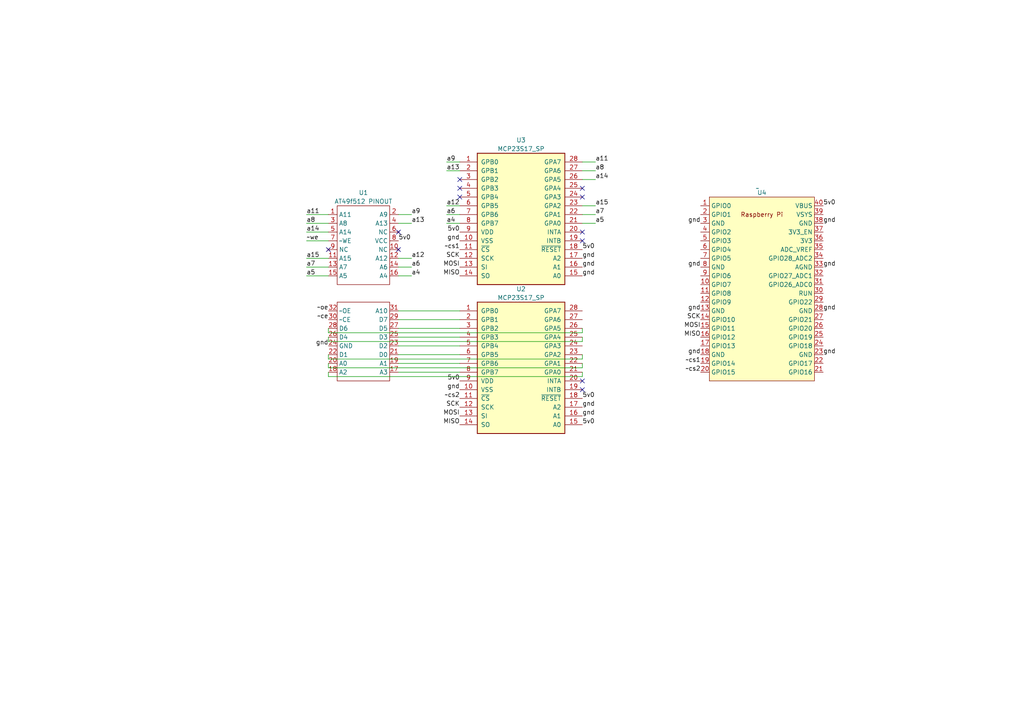
<source format=kicad_sch>
(kicad_sch (version 20230121) (generator eeschema)
  (paper "A4")
  (lib_symbols
    (symbol "cr-memory:AT49f512-ADAP"
      (property "Reference" "U" (at -29.21 13.97 0))
      (property "Value" "AT49f512 PINOUT" (at -21.59 -15.24 0))
      (symbol "AT49f512-ADAP_0_1"
        (rectangle (start -29.21 -16.51) (end -13.97 -39.37))
        (rectangle (start -29.21 11.43) (end -13.97 -11.43))
      )
      (symbol "AT49f512-ADAP_1_1"
        (pin input line (at -31.75 8.89 0) (length 2.54) (name "A11") (number "1"))
        (pin no_connect line (at -11.43 -1.27 180) (length 2.54) (name "NC") (number "10"))
        (pin input line (at -31.75 -3.81 0) (length 2.54) (name "A15") (number "11"))
        (pin input line (at -11.43 -3.81 180) (length 2.54) (name "A12") (number "12"))
        (pin input line (at -31.75 -6.35 0) (length 2.54) (name "A7") (number "13"))
        (pin input line (at -11.43 -6.35 180) (length 2.54) (name "A6") (number "14"))
        (pin input line (at -31.75 -8.89 0) (length 2.54) (name "A5") (number "15"))
        (pin input line (at -11.43 -8.89 180) (length 2.54) (name "A4") (number "16"))
        (pin input line (at -11.43 -36.83 180) (length 2.54) (name "A3") (number "17"))
        (pin input line (at -31.75 -36.83 0) (length 2.54) (name "A2") (number "18"))
        (pin input line (at -11.43 -34.29 180) (length 2.54) (name "A1") (number "19"))
        (pin input line (at -11.43 8.89 180) (length 2.54) (name "A9") (number "2"))
        (pin input line (at -31.75 -34.29 0) (length 2.54) (name "A0") (number "20"))
        (pin bidirectional line (at -11.43 -31.75 180) (length 2.54) (name "D0") (number "21"))
        (pin bidirectional line (at -31.75 -31.75 0) (length 2.54) (name "D1") (number "22"))
        (pin bidirectional line (at -11.43 -29.21 180) (length 2.54) (name "D2") (number "23"))
        (pin power_in line (at -31.75 -29.21 0) (length 2.54) (name "GND") (number "24"))
        (pin bidirectional line (at -11.43 -26.67 180) (length 2.54) (name "D3") (number "25"))
        (pin bidirectional line (at -31.75 -26.67 0) (length 2.54) (name "D4") (number "26"))
        (pin bidirectional line (at -11.43 -24.13 180) (length 2.54) (name "D5") (number "27"))
        (pin bidirectional line (at -31.75 -24.13 0) (length 2.54) (name "D6") (number "28"))
        (pin bidirectional line (at -11.43 -21.59 180) (length 2.54) (name "D7") (number "29"))
        (pin input line (at -31.75 6.35 0) (length 2.54) (name "A8") (number "3"))
        (pin input line (at -31.75 -21.59 0) (length 2.54) (name "~CE") (number "30"))
        (pin input line (at -11.43 -19.05 180) (length 2.54) (name "A10") (number "31"))
        (pin input line (at -31.75 -19.05 0) (length 2.54) (name "~OE") (number "32"))
        (pin input line (at -11.43 6.35 180) (length 2.54) (name "A13") (number "4"))
        (pin input line (at -31.75 3.81 0) (length 2.54) (name "A14") (number "5"))
        (pin no_connect line (at -11.43 3.81 180) (length 2.54) (name "NC") (number "6"))
        (pin input line (at -31.75 1.27 0) (length 2.54) (name "~WE") (number "7"))
        (pin power_in line (at -11.43 1.27 180) (length 2.54) (name "VCC") (number "8"))
        (pin no_connect line (at -31.75 -1.27 0) (length 2.54) (name "NC") (number "9"))
      )
    )
    (symbol "cr-modded:MCP23S17_SP" (pin_names (offset 1.016))
      (property "Reference" "U" (at -11.43 24.13 0))
      (property "Value" "MCP23S17_SP" (at 0 0 0))
      (symbol "MCP23S17_SP_0_1"
        (rectangle (start -12.7 22.86) (end 12.7 -15.24) (stroke (width 0.254)) (fill (type background)))
      )
      (symbol "MCP23S17_SP_1_1"
        (pin bidirectional line (at -17.78 20.32 0) (length 5.08) (name "GPB0") (number "1"))
        (pin power_in line (at -17.78 -2.54 0) (length 5.08) (name "VSS") (number "10"))
        (pin input line (at -17.78 -5.08 0) (length 5.08) (name "~{CS}") (number "11"))
        (pin input line (at -17.78 -7.62 0) (length 5.08) (name "SCK") (number "12"))
        (pin input line (at -17.78 -10.16 0) (length 5.08) (name "SI") (number "13"))
        (pin output line (at -17.78 -12.7 0) (length 5.08) (name "SO") (number "14"))
        (pin input line (at 17.78 -12.7 180) (length 5.08) (name "A0") (number "15"))
        (pin input line (at 17.78 -10.16 180) (length 5.08) (name "A1") (number "16"))
        (pin input line (at 17.78 -7.62 180) (length 5.08) (name "A2") (number "17"))
        (pin input line (at 17.78 -5.08 180) (length 5.08) (name "~{RESET}") (number "18"))
        (pin tri_state line (at 17.78 -2.54 180) (length 5.08) (name "INTB") (number "19"))
        (pin bidirectional line (at -17.78 17.78 0) (length 5.08) (name "GPB1") (number "2"))
        (pin tri_state line (at 17.78 0 180) (length 5.08) (name "INTA") (number "20"))
        (pin bidirectional line (at 17.78 2.54 180) (length 5.08) (name "GPA0") (number "21"))
        (pin bidirectional line (at 17.78 5.08 180) (length 5.08) (name "GPA1") (number "22"))
        (pin bidirectional line (at 17.78 7.62 180) (length 5.08) (name "GPA2") (number "23"))
        (pin bidirectional line (at 17.78 10.16 180) (length 5.08) (name "GPA3") (number "24"))
        (pin bidirectional line (at 17.78 12.7 180) (length 5.08) (name "GPA4") (number "25"))
        (pin bidirectional line (at 17.78 15.24 180) (length 5.08) (name "GPA5") (number "26"))
        (pin bidirectional line (at 17.78 17.78 180) (length 5.08) (name "GPA6") (number "27"))
        (pin bidirectional line (at 17.78 20.32 180) (length 5.08) (name "GPA7") (number "28"))
        (pin bidirectional line (at -17.78 15.24 0) (length 5.08) (name "GPB2") (number "3"))
        (pin bidirectional line (at -17.78 12.7 0) (length 5.08) (name "GPB3") (number "4"))
        (pin bidirectional line (at -17.78 10.16 0) (length 5.08) (name "GPB4") (number "5"))
        (pin bidirectional line (at -17.78 7.62 0) (length 5.08) (name "GPB5") (number "6"))
        (pin bidirectional line (at -17.78 5.08 0) (length 5.08) (name "GPB6") (number "7"))
        (pin bidirectional line (at -17.78 2.54 0) (length 5.08) (name "GPB7") (number "8"))
        (pin power_in line (at -17.78 0 0) (length 5.08) (name "VDD") (number "9"))
      )
    )
    (symbol "cr-modded:PICO"
      (property "Reference" "U" (at 0 0 0))
      (symbol "PICO_0_0"
        (text "Raspberry Pi" (at 1.27 -7.62 0) (effects (font (size 1.27 1.27))))
      )
      (symbol "PICO_0_1"
        (rectangle (start -13.97 -2.54) (end 16.51 -55.88) (fill (type background)))
      )
      (symbol "PICO_1_1"
        (pin bidirectional line (at -16.51 -5.08 0) (length 2.54) (name "GPIO0") (number "1"))
        (pin bidirectional line (at -16.51 -27.94 0) (length 2.54) (name "GPIO7") (number "10"))
        (pin bidirectional line (at -16.51 -30.48 0) (length 2.54) (name "GPIO8") (number "11"))
        (pin bidirectional line (at -16.51 -33.02 0) (length 2.54) (name "GPIO9") (number "12"))
        (pin power_in line (at -16.51 -35.56 0) (length 2.54) (name "GND") (number "13"))
        (pin bidirectional line (at -16.51 -38.1 0) (length 2.54) (name "GPIO10") (number "14"))
        (pin bidirectional line (at -16.51 -40.64 0) (length 2.54) (name "GPIO11") (number "15"))
        (pin bidirectional line (at -16.51 -43.18 0) (length 2.54) (name "GPIO12") (number "16"))
        (pin bidirectional line (at -16.51 -45.72 0) (length 2.54) (name "GPIO13") (number "17"))
        (pin power_in line (at -16.51 -48.26 0) (length 2.54) (name "GND") (number "18"))
        (pin bidirectional line (at -16.51 -50.8 0) (length 2.54) (name "GPIO14") (number "19"))
        (pin bidirectional line (at -16.51 -7.62 0) (length 2.54) (name "GPIO1") (number "2"))
        (pin bidirectional line (at -16.51 -53.34 0) (length 2.54) (name "GPIO15") (number "20"))
        (pin bidirectional line (at 19.05 -53.34 180) (length 2.54) (name "GPIO16") (number "21"))
        (pin bidirectional line (at 19.05 -50.8 180) (length 2.54) (name "GPIO17") (number "22"))
        (pin power_in line (at 19.05 -48.26 180) (length 2.54) (name "GND") (number "23"))
        (pin bidirectional line (at 19.05 -45.72 180) (length 2.54) (name "GPIO18") (number "24"))
        (pin bidirectional line (at 19.05 -43.18 180) (length 2.54) (name "GPIO19") (number "25"))
        (pin bidirectional line (at 19.05 -40.64 180) (length 2.54) (name "GPIO20") (number "26"))
        (pin bidirectional line (at 19.05 -38.1 180) (length 2.54) (name "GPIO21") (number "27"))
        (pin power_in line (at 19.05 -35.56 180) (length 2.54) (name "GND") (number "28"))
        (pin bidirectional line (at 19.05 -33.02 180) (length 2.54) (name "GPIO22") (number "29"))
        (pin power_in line (at -16.51 -10.16 0) (length 2.54) (name "GND") (number "3"))
        (pin input line (at 19.05 -30.48 180) (length 2.54) (name "RUN") (number "30"))
        (pin bidirectional line (at 19.05 -27.94 180) (length 2.54) (name "GPIO26_ADC0") (number "31"))
        (pin bidirectional line (at 19.05 -25.4 180) (length 2.54) (name "GPIO27_ADC1") (number "32"))
        (pin power_in line (at 19.05 -22.86 180) (length 2.54) (name "AGND") (number "33"))
        (pin bidirectional line (at 19.05 -20.32 180) (length 2.54) (name "GPIO28_ADC2") (number "34"))
        (pin unspecified line (at 19.05 -17.78 180) (length 2.54) (name "ADC_VREF") (number "35"))
        (pin unspecified line (at 19.05 -15.24 180) (length 2.54) (name "3V3") (number "36"))
        (pin input line (at 19.05 -12.7 180) (length 2.54) (name "3V3_EN") (number "37"))
        (pin bidirectional line (at 19.05 -10.16 180) (length 2.54) (name "GND") (number "38"))
        (pin unspecified line (at 19.05 -7.62 180) (length 2.54) (name "VSYS") (number "39"))
        (pin bidirectional line (at -16.51 -12.7 0) (length 2.54) (name "GPIO2") (number "4"))
        (pin unspecified line (at 19.05 -5.08 180) (length 2.54) (name "VBUS") (number "40"))
        (pin bidirectional line (at -16.51 -15.24 0) (length 2.54) (name "GPIO3") (number "5"))
        (pin bidirectional line (at -16.51 -17.78 0) (length 2.54) (name "GPIO4") (number "6"))
        (pin bidirectional line (at -16.51 -20.32 0) (length 2.54) (name "GPIO5") (number "7"))
        (pin power_in line (at -16.51 -22.86 0) (length 2.54) (name "GND") (number "8"))
        (pin bidirectional line (at -16.51 -25.4 0) (length 2.54) (name "GPIO6") (number "9"))
      )
    )
  )
  (no_connect (at 168.91 57.15))
  (no_connect (at 133.35 57.15))
  (no_connect (at 168.91 110.49))
  (no_connect (at 95.25 72.39))
  (no_connect (at 168.91 69.85))
  (no_connect (at 133.35 52.07))
  (no_connect (at 115.57 67.31))
  (no_connect (at 168.91 54.61))
  (no_connect (at 168.91 113.03))
  (no_connect (at 115.57 72.39))
  (no_connect (at 133.35 54.61))
  (no_connect (at 168.91 67.31))
  (wire (pts (xy 115.57 92.71) (xy 133.35 92.71)))
  (wire (pts (xy 168.91 46.99) (xy 172.72 46.99)))
  (wire (pts (xy 168.91 104.14) (xy 95.25 104.14)))
  (wire (pts (xy 129.54 59.69) (xy 133.35 59.69)))
  (wire (pts (xy 168.91 97.79) (xy 168.91 99.06)))
  (wire (pts (xy 88.9 62.23) (xy 95.25 62.23)))
  (wire (pts (xy 168.91 52.07) (xy 172.72 52.07)))
  (wire (pts (xy 168.91 99.06) (xy 95.25 99.06)))
  (wire (pts (xy 115.57 62.23) (xy 119.38 62.23)))
  (wire (pts (xy 88.9 69.85) (xy 95.25 69.85)))
  (wire (pts (xy 168.91 49.53) (xy 172.72 49.53)))
  (wire (pts (xy 129.54 46.99) (xy 133.35 46.99)))
  (wire (pts (xy 88.9 64.77) (xy 95.25 64.77)))
  (wire (pts (xy 168.91 62.23) (xy 172.72 62.23)))
  (wire (pts (xy 115.57 64.77) (xy 119.38 64.77)))
  (wire (pts (xy 88.9 74.93) (xy 95.25 74.93)))
  (wire (pts (xy 115.57 90.17) (xy 133.35 90.17)))
  (wire (pts (xy 168.91 105.41) (xy 168.91 106.68)))
  (wire (pts (xy 115.57 100.33) (xy 133.35 100.33)))
  (wire (pts (xy 88.9 80.01) (xy 95.25 80.01)))
  (wire (pts (xy 129.54 64.77) (xy 133.35 64.77)))
  (wire (pts (xy 168.91 106.68) (xy 95.25 106.68)))
  (wire (pts (xy 168.91 107.95) (xy 168.91 109.22)))
  (wire (pts (xy 115.57 80.01) (xy 119.38 80.01)))
  (wire (pts (xy 115.57 97.79) (xy 133.35 97.79)))
  (wire (pts (xy 115.57 107.95) (xy 133.35 107.95)))
  (wire (pts (xy 129.54 49.53) (xy 133.35 49.53)))
  (wire (pts (xy 168.91 95.25) (xy 168.91 96.52)))
  (wire (pts (xy 115.57 102.87) (xy 133.35 102.87)))
  (wire (pts (xy 95.25 105.41) (xy 95.25 106.68)))
  (wire (pts (xy 168.91 64.77) (xy 172.72 64.77)))
  (wire (pts (xy 115.57 95.25) (xy 133.35 95.25)))
  (wire (pts (xy 115.57 105.41) (xy 133.35 105.41)))
  (wire (pts (xy 95.25 102.87) (xy 95.25 104.14)))
  (wire (pts (xy 168.91 59.69) (xy 172.72 59.69)))
  (wire (pts (xy 168.91 109.22) (xy 95.25 109.22)))
  (wire (pts (xy 168.91 96.52) (xy 95.25 96.52)))
  (wire (pts (xy 95.25 107.95) (xy 95.25 109.22)))
  (wire (pts (xy 115.57 77.47) (xy 119.38 77.47)))
  (wire (pts (xy 95.25 97.79) (xy 95.25 99.06)))
  (wire (pts (xy 88.9 77.47) (xy 95.25 77.47)))
  (wire (pts (xy 95.25 95.25) (xy 95.25 96.52)))
  (wire (pts (xy 129.54 62.23) (xy 133.35 62.23)))
  (wire (pts (xy 88.9 67.31) (xy 95.25 67.31)))
  (wire (pts (xy 168.91 102.87) (xy 168.91 104.14)))
  (wire (pts (xy 115.57 74.93) (xy 119.38 74.93)))
  (label "gnd" (at 133.35 113.03 180))
  (label "gnd" (at 168.91 77.47 0))
  (label "a11" (at 172.72 46.99 0))
  (label "a7" (at 88.9 77.47 0))
  (label "~cs2" (at 133.35 115.57 180))
  (label "5v0" (at 133.35 110.49 180))
  (label "MOSI" (at 203.2 95.25 180))
  (label "gnd" (at 238.76 64.77 0))
  (label "a12" (at 119.38 74.93 0))
  (label "~oe" (at 95.25 90.17 180))
  (label "a9" (at 119.38 62.23 0))
  (label "SCK" (at 203.2 92.71 180))
  (label "a7" (at 172.72 62.23 0))
  (label "a11" (at 88.9 62.23 0))
  (label "MOSI" (at 133.35 120.65 180))
  (label "MISO" (at 203.2 97.79 180))
  (label "a14" (at 88.9 67.31 0))
  (label "~we" (at 88.9 69.85 0))
  (label "5v0" (at 115.57 69.85 0))
  (label "gnd" (at 203.2 77.47 180))
  (label "gnd" (at 203.2 64.77 180))
  (label "gnd" (at 238.76 77.47 0))
  (label "~cs1" (at 203.2 105.41 180))
  (label "gnd" (at 238.76 102.87 0))
  (label "gnd" (at 168.91 74.93 0))
  (label "gnd" (at 168.91 118.11 0))
  (label "5v0" (at 238.76 59.69 0))
  (label "a13" (at 129.54 49.53 0))
  (label "MISO" (at 133.35 80.01 180))
  (label "MISO" (at 133.35 123.19 180))
  (label "5v0" (at 168.91 123.19 0))
  (label "a5" (at 172.72 64.77 0))
  (label "5v0" (at 168.91 115.57 0))
  (label "~cs2" (at 203.2 107.95 180))
  (label "gnd" (at 238.76 90.17 0))
  (label "SCK" (at 133.35 74.93 180))
  (label "5v0" (at 133.35 67.31 180))
  (label "a15" (at 172.72 59.69 0))
  (label "gnd" (at 203.2 102.87 180))
  (label "a15" (at 88.9 74.93 0))
  (label "a5" (at 88.9 80.01 0))
  (label "a8" (at 172.72 49.53 0))
  (label "5v0" (at 168.91 72.39 0))
  (label "gnd" (at 95.25 100.33 180))
  (label "a4" (at 119.38 80.01 0))
  (label "MOSI" (at 133.35 77.47 180))
  (label "SCK" (at 133.35 118.11 180))
  (label "gnd" (at 203.2 90.17 180))
  (label "~ce" (at 95.25 92.71 180))
  (label "gnd" (at 168.91 80.01 0))
  (label "a13" (at 119.38 64.77 0))
  (label "a12" (at 129.54 59.69 0))
  (label "a14" (at 172.72 52.07 0))
  (label "~cs1" (at 133.35 72.39 180))
  (label "a9" (at 129.54 46.99 0))
  (label "a6" (at 129.54 62.23 0))
  (label "a8" (at 88.9 64.77 0))
  (label "gnd" (at 168.91 120.65 0))
  (label "a6" (at 119.38 77.47 0))
  (label "gnd" (at 133.35 69.85 180))
  (label "a4" (at 129.54 64.77 0))
  (symbol (lib_id "cr-modded:MCP23S17_SP") (at 151.13 67.31 0) (unit 1)
    (property "Reference" "U3" (at 151.13 40.64 0))
    (property "Value" "MCP23S17_SP" (at 151.13 43.18 0))
    (property "Footprint" "Package_DIP:DIP-28_W7.62mm" (effects hide))
    (property "Datasheet" "http://ww1.microchip.com/downloads/en/DeviceDoc/20001952C.pdf" (effects hide))
  )
  (symbol (lib_id "cr-modded:MCP23S17_SP") (at 151.13 110.49 0) (unit 1)
    (property "Reference" "U2" (at 151.13 83.82 0))
    (property "Value" "MCP23S17_SP" (at 151.13 86.36 0))
    (property "Footprint" "Package_DIP:DIP-28_W7.62mm" (effects hide))
    (property "Datasheet" "http://ww1.microchip.com/downloads/en/DeviceDoc/20001952C.pdf" (effects hide))
  )
  (symbol (lib_id "cr-modded:PICO") (at 219.71 54.61 0) (unit 1)
    (property "Reference" "U4" (at 220.98 55.88 0))
    (property "Value" "~" (at 219.71 54.61 0))
    (property "Footprint" "cr-pico:pico-th" (effects hide))
  )
  (symbol (lib_id "cr-memory:AT49f512-ADAP") (at 127 71.12 0) (unit 1)
    (property "Reference" "U1" (at 105.41 55.88 0))
    (property "Value" "AT49f512 PINOUT" (at 105.41 58.42 0))
    (property "Footprint" "cr-tsop-adapter:adapter-32-pin" (effects hide))
  )
)
</source>
